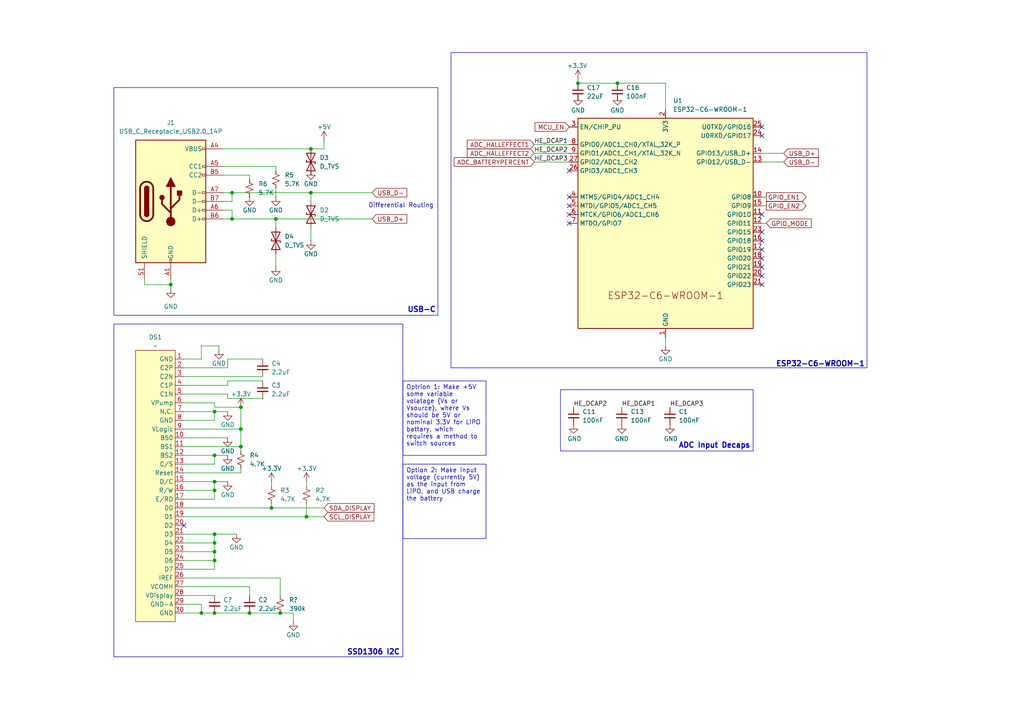
<source format=kicad_sch>
(kicad_sch (version 20231120) (generator "eeschema") (generator_version "8.0")
  (paper "A4")
  (lib_symbols
    (symbol "Connector:USB_C_Receptacle_USB2.0_14P" (pin_names (offset 1.016))
      (property "Reference" "J" (at 0 22.225 0))
      (property "Value" "USB_C_Receptacle_USB2.0_14P" (at 0 19.685 0))
      (symbol "USB_C_Receptacle_USB2.0_14P_0_0"
        (rectangle (start -0.254 -17.78) (end 0.254 -16.764))
        (rectangle (start 10.16 -4.826) (end 9.144 -5.334))
        (rectangle (start 10.16 -2.286) (end 9.144 -2.794))
        (rectangle (start 10.16 0.254) (end 9.144 -0.254))
        (rectangle (start 10.16 2.794) (end 9.144 2.286))
        (rectangle (start 10.16 7.874) (end 9.144 7.366))
        (rectangle (start 10.16 10.414) (end 9.144 9.906))
        (rectangle (start 10.16 15.494) (end 9.144 14.986))
      )
      (symbol "USB_C_Receptacle_USB2.0_14P_0_1"
        (rectangle (start -10.16 17.78) (end 10.16 -17.78) (stroke (width 0.254)) (fill (type background)))
        (arc (start -8.89 -3.81) (mid -6.985 -5.7067) (end -5.08 -3.81) (stroke (width 0.508)))
        (arc (start -7.62 -3.81) (mid -6.985 -4.4423) (end -6.35 -3.81) (stroke (width 0.254)))
        (arc (start -7.62 -3.81) (mid -6.985 -4.4423) (end -6.35 -3.81) (stroke (width 0.254)) (fill (type outline)))
        (rectangle (start -7.62 -3.81) (end -6.35 3.81) (stroke (width 0.254)) (fill (type outline)))
        (arc (start -6.35 3.81) (mid -6.985 4.4423) (end -7.62 3.81) (stroke (width 0.254)))
        (arc (start -6.35 3.81) (mid -6.985 4.4423) (end -7.62 3.81) (stroke (width 0.254)) (fill (type outline)))
        (arc (start -5.08 3.81) (mid -6.985 5.7067) (end -8.89 3.81) (stroke (width 0.508)))
        (circle (center -2.54 1.143) (radius 0.635) (stroke (width 0.254)) (fill (type outline)))
        (circle (center 0 -5.842) (radius 1.27) (fill (type outline)))
        (polyline (pts (xy -8.89 -3.81) (xy -8.89 3.81)) (stroke (width 0.508)))
        (polyline (pts (xy -5.08 3.81) (xy -5.08 -3.81)) (stroke (width 0.508)))
        (polyline (pts (xy 0 -5.842) (xy 0 4.318)) (stroke (width 0.508)))
        (polyline (pts (xy 0 -3.302) (xy -2.54 -0.762) (xy -2.54 0.508)) (stroke (width 0.508)))
        (polyline (pts (xy 0 -2.032) (xy 2.54 0.508) (xy 2.54 1.778)) (stroke (width 0.508)))
        (polyline (pts (xy -1.27 4.318) (xy 0 6.858) (xy 1.27 4.318) (xy -1.27 4.318)) (stroke (width 0.254)) (fill (type outline)))
        (rectangle (start 1.905 1.778) (end 3.175 3.048) (stroke (width 0.254)) (fill (type outline)))
      )
      (symbol "USB_C_Receptacle_USB2.0_14P_1_1"
        (pin passive line (at 0 -22.86 90) (length 5.08) (name "GND") (number "A1"))
        (pin passive line (at 0 -22.86 90) (length 5.08) hide (name "GND") (number "A12"))
        (pin passive line (at 15.24 15.24 180) (length 5.08) (name "VBUS") (number "A4"))
        (pin bidirectional line (at 15.24 10.16 180) (length 5.08) (name "CC1") (number "A5"))
        (pin bidirectional line (at 15.24 -2.54 180) (length 5.08) (name "D+") (number "A6"))
        (pin bidirectional line (at 15.24 2.54 180) (length 5.08) (name "D-") (number "A7"))
        (pin passive line (at 15.24 15.24 180) (length 5.08) hide (name "VBUS") (number "A9"))
        (pin passive line (at 0 -22.86 90) (length 5.08) hide (name "GND") (number "B1"))
        (pin passive line (at 0 -22.86 90) (length 5.08) hide (name "GND") (number "B12"))
        (pin passive line (at 15.24 15.24 180) (length 5.08) hide (name "VBUS") (number "B4"))
        (pin bidirectional line (at 15.24 7.62 180) (length 5.08) (name "CC2") (number "B5"))
        (pin bidirectional line (at 15.24 -5.08 180) (length 5.08) (name "D+") (number "B6"))
        (pin bidirectional line (at 15.24 0 180) (length 5.08) (name "D-") (number "B7"))
        (pin passive line (at 15.24 15.24 180) (length 5.08) hide (name "VBUS") (number "B9"))
        (pin passive line (at -7.62 -22.86 90) (length 5.08) (name "SHIELD") (number "S1"))
      )
    )
    (symbol "Device:C_Small" (pin_numbers hide) (pin_names (offset 0.254) hide)
      (property "Reference" "C" (at 0.254 1.778 0))
      (property "Value" "C_Small" (at 0.254 -2.032 0))
      (symbol "C_Small_0_1"
        (polyline (pts (xy -1.524 -0.508) (xy 1.524 -0.508)) (stroke (width 0.3302)))
        (polyline (pts (xy -1.524 0.508) (xy 1.524 0.508)) (stroke (width 0.3048)))
      )
      (symbol "C_Small_1_1"
        (pin passive line (at 0 2.54 270) (length 2.032) (name "~") (number "1"))
        (pin passive line (at 0 -2.54 90) (length 2.032) (name "~") (number "2"))
      )
    )
    (symbol "Device:D_TVS" (pin_numbers hide) (pin_names (offset 1.016) hide)
      (property "Reference" "D" (at 0 2.54 0))
      (property "Value" "D_TVS" (at 0 -2.54 0))
      (symbol "D_TVS_0_1"
        (polyline (pts (xy 1.27 0) (xy -1.27 0)))
        (polyline (pts (xy 0.508 1.27) (xy 0 1.27) (xy 0 -1.27) (xy -0.508 -1.27)) (stroke (width 0.254)))
        (polyline (pts (xy -2.54 1.27) (xy -2.54 -1.27) (xy 2.54 1.27) (xy 2.54 -1.27) (xy -2.54 1.27)) (stroke (width 0.254)))
      )
      (symbol "D_TVS_1_1"
        (pin passive line (at -3.81 0 0) (length 2.54) (name "A1") (number "1"))
        (pin passive line (at 3.81 0 180) (length 2.54) (name "A2") (number "2"))
      )
    )
    (symbol "Device:R_Small_US" (pin_numbers hide) (pin_names (offset 0.254) hide)
      (property "Reference" "R" (at 0.762 0.508 0))
      (property "Value" "R_Small_US" (at 0.762 -1.016 0))
      (symbol "R_Small_US_1_1"
        (polyline (pts (xy 0 0) (xy 1.016 -0.381) (xy 0 -0.762) (xy -1.016 -1.143) (xy 0 -1.524)))
        (polyline (pts (xy 0 1.524) (xy 1.016 1.143) (xy 0 0.762) (xy -1.016 0.381) (xy 0 0)))
        (pin passive line (at 0 2.54 270) (length 1.016) (name "~") (number "1"))
        (pin passive line (at 0 -2.54 90) (length 1.016) (name "~") (number "2"))
      )
    )
    (symbol "PCM_Espressif:ESP32-C6-WROOM-1"
      (property "Reference" "U" (at -25.4 35.56 0))
      (property "Value" "ESP32-C6-WROOM-1" (at -25.4 33.02 0))
      (symbol "ESP32-C6-WROOM-1_0_0"
        (text "ESP32-C6-WROOM-1" (at 0 -20.955 0) (effects (font (size 2 2))))
      )
      (symbol "ESP32-C6-WROOM-1_0_1"
        (rectangle (start -25.4 30.48) (end 25.4 -30.48) (stroke (width 0.254)) (fill (type background)))
      )
      (symbol "ESP32-C6-WROOM-1_1_1"
        (pin power_in line (at 0 -33.02 90) (length 2.54) (name "GND") (number "1"))
        (pin bidirectional line (at 27.94 7.62 180) (length 2.54) (name "GPIO8") (number "10"))
        (pin bidirectional line (at 27.94 2.54 180) (length 2.54) (name "GPIO10") (number "11"))
        (pin bidirectional line (at 27.94 0 180) (length 2.54) (name "GPIO11") (number "12"))
        (pin bidirectional line (at 27.94 17.78 180) (length 2.54) (name "GPIO12/USB_D-") (number "13"))
        (pin bidirectional line (at 27.94 20.32 180) (length 2.54) (name "GPIO13/USB_D+") (number "14"))
        (pin bidirectional line (at 27.94 5.08 180) (length 2.54) (name "GPIO9") (number "15"))
        (pin bidirectional line (at 27.94 -5.08 180) (length 2.54) (name "GPIO18") (number "16"))
        (pin bidirectional line (at 27.94 -7.62 180) (length 2.54) (name "GPIO19") (number "17"))
        (pin bidirectional line (at 27.94 -10.16 180) (length 2.54) (name "GPIO20") (number "18"))
        (pin bidirectional line (at 27.94 -12.7 180) (length 2.54) (name "GPIO21") (number "19"))
        (pin power_in line (at 0 33.02 270) (length 2.54) (name "3V3") (number "2"))
        (pin bidirectional line (at 27.94 -15.24 180) (length 2.54) (name "GPIO22") (number "20"))
        (pin bidirectional line (at 27.94 -17.78 180) (length 2.54) (name "GPIO23") (number "21"))
        (pin no_connect line (at -25.4 -12.7 0) (length 2.54) hide (name "NC") (number "22"))
        (pin bidirectional line (at 27.94 -2.54 180) (length 2.54) (name "GPIO15") (number "23"))
        (pin bidirectional line (at 27.94 25.4 180) (length 2.54) (name "U0RXD/GPIO17") (number "24"))
        (pin bidirectional line (at 27.94 27.94 180) (length 2.54) (name "U0TXD/GPIO16") (number "25"))
        (pin bidirectional line (at -27.94 15.24 0) (length 2.54) (name "GPIO3/ADC1_CH3") (number "26"))
        (pin bidirectional line (at -27.94 17.78 0) (length 2.54) (name "GPIO2/ADC1_CH2") (number "27"))
        (pin passive line (at 0 -33.02 90) (length 2.54) hide (name "GND") (number "28"))
        (pin passive line (at 0 -33.02 90) (length 2.54) hide (name "GND") (number "29"))
        (pin input line (at -27.94 27.94 0) (length 2.54) (name "EN/CHIP_PU") (number "3"))
        (pin bidirectional line (at -27.94 7.62 0) (length 2.54) (name "MTMS/GPIO4/ADC1_CH4") (number "4"))
        (pin bidirectional line (at -27.94 5.08 0) (length 2.54) (name "MTDI/GPIO5/ADC1_CH5") (number "5"))
        (pin bidirectional line (at -27.94 2.54 0) (length 2.54) (name "MTCK/GPIO6/ADC1_CH6") (number "6"))
        (pin bidirectional line (at -27.94 0 0) (length 2.54) (name "MTDO/GPIO7") (number "7"))
        (pin bidirectional line (at -27.94 22.86 0) (length 2.54) (name "GPIO0/ADC1_CH0/XTAL_32K_P") (number "8"))
        (pin bidirectional line (at -27.94 20.32 0) (length 2.54) (name "GPIO1/ADC1_CH1/XTAL_32K_N") (number "9"))
      )
    )
    (symbol "RC_Lib:ER-OLED013A1-1W_SSD1306"
      (property "Reference" "DS" (at -10.414 3.556 0))
      (symbol "ER-OLED013A1-1W_SSD1306_0_0"
        (pin passive line (at 2.54 0 180) (length 2.54) (name "GND") (number "1"))
        (pin passive line (at 2.54 -22.86 180) (length 2.54) (name "B50") (number "10"))
        (pin passive line (at 2.54 -25.4 180) (length 2.54) (name "BS1") (number "11"))
        (pin passive line (at 2.54 -27.94 180) (length 2.54) (name "BS2") (number "12"))
        (pin passive line (at 2.54 -30.48 180) (length 2.54) (name "C/S") (number "13"))
        (pin passive line (at 2.54 -33.02 180) (length 2.54) (name "Reset") (number "14"))
        (pin passive line (at 2.54 -35.56 180) (length 2.54) (name "D/C") (number "15"))
        (pin passive line (at 2.54 -38.1 180) (length 2.54) (name "R/W") (number "16"))
        (pin passive line (at 2.54 -40.64 180) (length 2.54) (name "E/RD") (number "17"))
        (pin passive line (at 2.54 -43.18 180) (length 2.54) (name "D0") (number "18"))
        (pin passive line (at 2.54 -45.72 180) (length 2.54) (name "D1") (number "19"))
        (pin passive line (at 2.54 -2.54 180) (length 2.54) (name "C2P") (number "2"))
        (pin passive line (at 2.54 -48.26 180) (length 2.54) (name "D2") (number "20"))
        (pin passive line (at 2.54 -50.8 180) (length 2.54) (name "D3") (number "21"))
        (pin passive line (at 2.54 -53.34 180) (length 2.54) (name "D4") (number "22"))
        (pin passive line (at 2.54 -55.88 180) (length 2.54) (name "D5") (number "23"))
        (pin passive line (at 2.54 -58.42 180) (length 2.54) (name "D6") (number "24"))
        (pin passive line (at 2.54 -60.96 180) (length 2.54) (name "D7") (number "25"))
        (pin passive line (at 2.54 -63.5 180) (length 2.54) (name "IREF") (number "26"))
        (pin passive line (at 2.54 -66.04 180) (length 2.54) (name "VCOMH") (number "27"))
        (pin passive line (at 2.54 -68.58 180) (length 2.54) (name "VDisplay") (number "28"))
        (pin passive line (at 2.54 -71.12 180) (length 2.54) (name "GND-A") (number "29"))
        (pin passive line (at 2.54 -5.08 180) (length 2.54) (name "C2N") (number "3"))
        (pin passive line (at 2.54 -73.66 180) (length 2.54) (name "GND") (number "30"))
        (pin passive line (at 2.54 -7.62 180) (length 2.54) (name "C1P") (number "4"))
        (pin passive line (at 2.54 -10.16 180) (length 2.54) (name "C1N") (number "5"))
        (pin passive line (at 2.54 -12.7 180) (length 2.54) (name "VPump") (number "6"))
        (pin passive line (at 2.54 -15.24 180) (length 2.54) (name "N.C.") (number "7"))
        (pin passive line (at 2.54 -17.78 180) (length 2.54) (name "GND") (number "8"))
        (pin passive line (at 2.54 -20.32 180) (length 2.54) (name "VLogic") (number "9"))
      )
      (symbol "ER-OLED013A1-1W_SSD1306_1_1"
        (rectangle (start -11.43 2.54) (end 0 -76.2) (fill (type background)))
      )
    )
    (symbol "power:+3.3V" (power) (pin_numbers hide) (pin_names (offset 0) hide)
      (property "Value" "+3.3V" (at 0 3.556 0))
      (symbol "+3.3V_0_1"
        (polyline (pts (xy -0.762 1.27) (xy 0 2.54)))
        (polyline (pts (xy 0 0) (xy 0 2.54)))
        (polyline (pts (xy 0 2.54) (xy 0.762 1.27)))
      )
      (symbol "+3.3V_1_1"
        (pin power_in line (at 0 0 90) (length 0) (name "~") (number "1"))
      )
    )
    (symbol "power:+5V" (power) (pin_numbers hide) (pin_names (offset 0) hide)
      (property "Value" "+5V" (at 0 3.556 0))
      (symbol "+5V_0_1"
        (polyline (pts (xy -0.762 1.27) (xy 0 2.54)))
        (polyline (pts (xy 0 0) (xy 0 2.54)))
        (polyline (pts (xy 0 2.54) (xy 0.762 1.27)))
      )
      (symbol "+5V_1_1"
        (pin power_in line (at 0 0 90) (length 0) (name "~") (number "1"))
      )
    )
    (symbol "power:GND" (power) (pin_numbers hide) (pin_names (offset 0) hide)
      (property "Value" "GND" (at 0 -3.81 0))
      (symbol "GND_0_1"
        (polyline (pts (xy 0 0) (xy 0 -1.27) (xy 1.27 -1.27) (xy 0 -2.54) (xy -1.27 -1.27) (xy 0 -1.27)))
      )
      (symbol "GND_1_1"
        (pin power_in line (at 0 0 270) (length 0) (name "~") (number "1"))
      )
    )
  )
  (junction (at 69.85 124.46))
  (junction (at 69.85 129.54))
  (junction (at 67.31 55.88))
  (junction (at 78.74 147.32))
  (junction (at 62.23 132.08))
  (junction (at 88.9 149.86))
  (junction (at 80.01 63.5))
  (junction (at 58.42 177.8))
  (junction (at 90.17 55.88))
  (junction (at 62.23 162.56))
  (junction (at 167.64 24.13))
  (junction (at 62.23 157.48))
  (junction (at 62.23 177.8))
  (junction (at 81.28 177.8))
  (junction (at 67.31 63.5))
  (junction (at 69.85 118.11))
  (junction (at 62.23 142.24))
  (junction (at 72.39 177.8))
  (junction (at 90.17 43.18))
  (junction (at 62.23 154.94))
  (junction (at 62.23 160.02))
  (junction (at 62.23 119.38))
  (junction (at 179.07 24.13))
  (junction (at 62.23 139.7))
  (junction (at 49.53 82.55))
  (no_connect (at 220.98 80.01))
  (no_connect (at 220.98 82.55))
  (no_connect (at 220.98 72.39))
  (no_connect (at 165.1 62.23))
  (no_connect (at 220.98 74.93))
  (no_connect (at 165.1 49.53))
  (no_connect (at 220.98 67.31))
  (no_connect (at 220.98 77.47))
  (no_connect (at 53.34 152.4))
  (no_connect (at 220.98 69.85))
  (no_connect (at 220.98 36.83))
  (no_connect (at 165.1 64.77))
  (no_connect (at 165.1 57.15))
  (no_connect (at 220.98 62.23))
  (no_connect (at 165.1 59.69))
  (no_connect (at 220.98 39.37))
  (wire (pts (xy 49.53 82.55) (xy 49.53 81.28)))
  (wire (pts (xy 53.34 165.1) (xy 62.23 165.1)))
  (wire (pts (xy 53.34 162.56) (xy 62.23 162.56)))
  (wire (pts (xy 67.31 63.5) (xy 64.77 63.5)))
  (wire (pts (xy 81.28 172.72) (xy 81.28 167.64)))
  (wire (pts (xy 222.25 59.69) (xy 220.98 59.69)))
  (wire (pts (xy 66.04 106.68) (xy 66.04 104.14)))
  (wire (pts (xy 154.94 44.45) (xy 165.1 44.45)))
  (wire (pts (xy 64.77 43.18) (xy 90.17 43.18)))
  (wire (pts (xy 69.85 129.54) (xy 69.85 130.81)))
  (wire (pts (xy 64.77 60.96) (xy 67.31 60.96)))
  (wire (pts (xy 69.85 124.46) (xy 69.85 129.54)))
  (wire (pts (xy 88.9 139.7) (xy 88.9 140.97)))
  (wire (pts (xy 58.42 177.8) (xy 62.23 177.8)))
  (wire (pts (xy 88.9 149.86) (xy 93.98 149.86)))
  (wire (pts (xy 78.74 147.32) (xy 93.98 147.32)))
  (wire (pts (xy 80.01 48.26) (xy 80.01 49.53)))
  (wire (pts (xy 72.39 170.18) (xy 53.34 170.18)))
  (wire (pts (xy 62.23 157.48) (xy 62.23 160.02)))
  (wire (pts (xy 67.31 55.88) (xy 67.31 58.42)))
  (wire (pts (xy 62.23 142.24) (xy 62.23 144.78)))
  (wire (pts (xy 62.23 116.84) (xy 62.23 118.11)))
  (wire (pts (xy 62.23 132.08) (xy 66.04 132.08)))
  (wire (pts (xy 90.17 66.04) (xy 90.17 69.85)))
  (wire (pts (xy 62.23 118.11) (xy 69.85 118.11)))
  (wire (pts (xy 179.07 27.94) (xy 179.07 29.21)))
  (wire (pts (xy 53.34 109.22) (xy 76.2 109.22)))
  (wire (pts (xy 58.42 104.14) (xy 58.42 100.33)))
  (wire (pts (xy 53.34 167.64) (xy 81.28 167.64)))
  (wire (pts (xy 64.77 48.26) (xy 80.01 48.26)))
  (wire (pts (xy 62.23 162.56) (xy 62.23 165.1)))
  (wire (pts (xy 69.85 118.11) (xy 69.85 124.46)))
  (wire (pts (xy 62.23 139.7) (xy 62.23 142.24)))
  (wire (pts (xy 41.91 82.55) (xy 41.91 81.28)))
  (wire (pts (xy 80.01 73.66) (xy 80.01 77.47)))
  (wire (pts (xy 90.17 55.88) (xy 90.17 58.42)))
  (wire (pts (xy 53.34 134.62) (xy 62.23 134.62)))
  (wire (pts (xy 64.77 55.88) (xy 67.31 55.88)))
  (wire (pts (xy 53.34 104.14) (xy 58.42 104.14)))
  (wire (pts (xy 62.23 154.94) (xy 62.23 157.48)))
  (wire (pts (xy 62.23 160.02) (xy 62.23 162.56)))
  (wire (pts (xy 53.34 177.8) (xy 58.42 177.8)))
  (wire (pts (xy 222.25 64.77) (xy 220.98 64.77)))
  (wire (pts (xy 66.04 104.14) (xy 76.2 104.14)))
  (wire (pts (xy 80.01 63.5) (xy 80.01 66.04)))
  (wire (pts (xy 222.25 57.15) (xy 220.98 57.15)))
  (wire (pts (xy 58.42 175.26) (xy 58.42 177.8)))
  (wire (pts (xy 78.74 146.05) (xy 78.74 147.32)))
  (wire (pts (xy 53.34 160.02) (xy 62.23 160.02)))
  (wire (pts (xy 67.31 58.42) (xy 64.77 58.42)))
  (wire (pts (xy 90.17 55.88) (xy 107.95 55.88)))
  (wire (pts (xy 80.01 63.5) (xy 107.95 63.5)))
  (wire (pts (xy 53.34 116.84) (xy 62.23 116.84)))
  (wire (pts (xy 66.04 115.57) (xy 66.04 114.3)))
  (wire (pts (xy 66.04 110.49) (xy 76.2 110.49)))
  (wire (pts (xy 53.34 157.48) (xy 62.23 157.48)))
  (wire (pts (xy 69.85 137.16) (xy 69.85 135.89)))
  (wire (pts (xy 62.23 119.38) (xy 62.23 121.92)))
  (wire (pts (xy 53.34 129.54) (xy 69.85 129.54)))
  (wire (pts (xy 62.23 154.94) (xy 68.58 154.94)))
  (wire (pts (xy 53.34 175.26) (xy 58.42 175.26)))
  (wire (pts (xy 179.07 24.13) (xy 193.04 24.13)))
  (wire (pts (xy 88.9 146.05) (xy 88.9 149.86)))
  (wire (pts (xy 90.17 43.18) (xy 93.98 43.18)))
  (wire (pts (xy 80.01 57.15) (xy 80.01 54.61)))
  (wire (pts (xy 76.2 115.57) (xy 66.04 115.57)))
  (wire (pts (xy 53.34 139.7) (xy 62.23 139.7)))
  (wire (pts (xy 69.85 137.16) (xy 53.34 137.16)))
  (wire (pts (xy 67.31 63.5) (xy 80.01 63.5)))
  (wire (pts (xy 53.34 132.08) (xy 62.23 132.08)))
  (wire (pts (xy 193.04 24.13) (xy 193.04 31.75)))
  (wire (pts (xy 154.94 46.99) (xy 165.1 46.99)))
  (wire (pts (xy 64.77 50.8) (xy 72.39 50.8)))
  (wire (pts (xy 66.04 114.3) (xy 53.34 114.3)))
  (wire (pts (xy 53.34 124.46) (xy 69.85 124.46)))
  (wire (pts (xy 167.64 22.86) (xy 167.64 24.13)))
  (wire (pts (xy 62.23 139.7) (xy 66.04 139.7)))
  (wire (pts (xy 93.98 40.64) (xy 93.98 43.18)))
  (wire (pts (xy 62.23 121.92) (xy 53.34 121.92)))
  (wire (pts (xy 53.34 119.38) (xy 62.23 119.38)))
  (wire (pts (xy 62.23 144.78) (xy 53.34 144.78)))
  (wire (pts (xy 81.28 177.8) (xy 85.09 177.8)))
  (wire (pts (xy 72.39 172.72) (xy 72.39 170.18)))
  (wire (pts (xy 167.64 27.94) (xy 167.64 29.21)))
  (wire (pts (xy 62.23 119.38) (xy 66.04 119.38)))
  (wire (pts (xy 62.23 132.08) (xy 62.23 134.62)))
  (wire (pts (xy 58.42 100.33) (xy 63.5 100.33)))
  (wire (pts (xy 53.34 111.76) (xy 66.04 111.76)))
  (wire (pts (xy 67.31 55.88) (xy 90.17 55.88)))
  (wire (pts (xy 53.34 127) (xy 66.04 127)))
  (wire (pts (xy 72.39 50.8) (xy 72.39 52.07)))
  (wire (pts (xy 53.34 149.86) (xy 88.9 149.86)))
  (wire (pts (xy 53.34 154.94) (xy 62.23 154.94)))
  (wire (pts (xy 227.33 44.45) (xy 220.98 44.45)))
  (wire (pts (xy 85.09 177.8) (xy 85.09 180.34)))
  (wire (pts (xy 227.33 46.99) (xy 220.98 46.99)))
  (wire (pts (xy 53.34 172.72) (xy 62.23 172.72)))
  (wire (pts (xy 41.91 82.55) (xy 49.53 82.55)))
  (wire (pts (xy 53.34 142.24) (xy 62.23 142.24)))
  (wire (pts (xy 66.04 111.76) (xy 66.04 110.49)))
  (wire (pts (xy 72.39 177.8) (xy 81.28 177.8)))
  (wire (pts (xy 193.04 100.33) (xy 193.04 97.79)))
  (wire (pts (xy 63.5 100.33) (xy 63.5 101.6)))
  (wire (pts (xy 67.31 60.96) (xy 67.31 63.5)))
  (wire (pts (xy 90.17 49.53) (xy 90.17 50.8)))
  (wire (pts (xy 62.23 177.8) (xy 72.39 177.8)))
  (wire (pts (xy 167.64 24.13) (xy 179.07 24.13)))
  (wire (pts (xy 53.34 147.32) (xy 78.74 147.32)))
  (wire (pts (xy 49.53 83.82) (xy 49.53 82.55)))
  (wire (pts (xy 78.74 139.7) (xy 78.74 140.97)))
  (wire (pts (xy 53.34 106.68) (xy 66.04 106.68)))
  (wire (pts (xy 154.94 41.91) (xy 165.1 41.91)))
  (rectangle (start 33.02 25.4) (end 127 91.44))
  (rectangle (start 33.02 93.98) (end 116.84 190.5))
  (rectangle (start 130.81 15.24) (end 251.46 106.68))
  (rectangle (start 162.56 113.03) (end 218.44 130.81))
  (text_box "Optrion 1: Make +5V some variable volatage (Vs or Vsource), where Vs should be 5V or nominal 3.3V for LiPO battary, which requires a method to switch sources" (at 116.84 110.49 0) (size 24.13 21.59) (effects (font (size 1.27 1.27)) (justify left top)))
  (text_box "Option 2: Make input voltage (currently 5V) as the input from LiPO, and USB charge the battery" (at 116.84 134.62 0) (size 24.13 21.59) (effects (font (size 1.27 1.27)) (justify left top)))
  (text "USB-C" (at 126.492 89.916 0) (effects (font (size 1.524 1.524) (thickness 0.3048) (bold yes)) (justify right)))
  (text "Differential Routing" (at 116.332 59.69 0) (effects (font (size 1.27 1.27))))
  (text "ESP32-C6-WROOM-1" (at 250.952 105.664 0) (effects (font (size 1.524 1.524) (thickness 0.3048) (bold yes)) (justify right)))
  (text "ADC Input Decaps" (at 217.678 129.286 0) (effects (font (size 1.524 1.524) (thickness 0.3048) (bold yes)) (justify right)))
  (text "SSD1306 I2C" (at 116.078 189.23 0) (effects (font (size 1.524 1.524) (thickness 0.3048) (bold yes)) (justify right)))
  (label "HE_DCAP1" (at 154.94 41.91 0))
  (label "HE_DCAP3" (at 194.31 118.11 0))
  (label "HE_DCAP2" (at 166.37 118.11 0))
  (label "HE_DCAP3" (at 154.94 46.99 0))
  (label "HE_DCAP1" (at 180.34 118.11 0))
  (label "HE_DCAP2" (at 154.94 44.45 0))
  (global_label "USB_D+" (shape input) (at 107.95 63.5 0) (property "Intersheetrefs" "${INTERSHEET_REFS}" (effects (hide yes))))
  (global_label "ADC_BATTERYPERCENT" (shape input) (at 154.94 46.99 180) (property "Intersheetrefs" "${INTERSHEET_REFS}" (effects (hide yes))))
  (global_label "USB_D-" (shape input) (at 227.33 46.99 0) (property "Intersheetrefs" "${INTERSHEET_REFS}" (effects (hide yes))))
  (global_label "GPIO_EN2" (shape output) (at 222.25 59.69 0) (property "Intersheetrefs" "${INTERSHEET_REFS}" (effects (hide yes))))
  (global_label "GPIO_EN1" (shape output) (at 222.25 57.15 0) (property "Intersheetrefs" "${INTERSHEET_REFS}" (effects (hide yes))))
  (global_label "MCU_EN" (shape input) (at 165.1 36.83 180) (property "Intersheetrefs" "${INTERSHEET_REFS}" (effects (hide yes))))
  (global_label "GPIO_MODE" (shape input) (at 222.25 64.77 0) (property "Intersheetrefs" "${INTERSHEET_REFS}" (effects (hide yes))))
  (global_label "USB_D+" (shape input) (at 227.33 44.45 0) (property "Intersheetrefs" "${INTERSHEET_REFS}" (effects (hide yes))))
  (global_label "ADC_HALLEFFECT1" (shape input) (at 154.94 41.91 180) (property "Intersheetrefs" "${INTERSHEET_REFS}" (effects (hide yes))))
  (global_label "SDA_DISPLAY" (shape input) (at 93.98 147.32 0) (property "Intersheetrefs" "${INTERSHEET_REFS}" (effects (hide yes))))
  (global_label "SCL_DISPLAY" (shape input) (at 93.98 149.86 0) (property "Intersheetrefs" "${INTERSHEET_REFS}" (effects (hide yes))))
  (global_label "USB_D-" (shape input) (at 107.95 55.88 0) (property "Intersheetrefs" "${INTERSHEET_REFS}" (effects (hide yes))))
  (global_label "ADC_HALLEFFECT2" (shape input) (at 154.94 44.45 180) (property "Intersheetrefs" "${INTERSHEET_REFS}" (effects (hide yes))))
  (symbol (lib_id "power:+3.3V") (at 69.85 118.11 0) (unit 1)
    (property "Reference" "#PWR07" (effects (hide yes)))
    (property "Value" "+3.3V" (at 69.85 114.3 0))
    (property "Description" "Power symbol creates a global label with name \"+3.3V\"" (effects (hide yes)))
  )
  (symbol (lib_id "Device:R_Small_US") (at 80.01 52.07 0) (unit 1)
    (property "Reference" "R5" (at 82.55 50.7999 0) (effects (justify left)))
    (property "Value" "5.7K" (at 82.55 53.3399 0) (effects (justify left)))
    (property "Footprint" "Resistor_SMD:R_0603_1608Metric" (effects (hide yes)))
    (property "Description" "Resistor, small US symbol" (effects (hide yes)))
  )
  (symbol (lib_id "Device:C_Small") (at 179.07 26.67 0) (unit 1)
    (property "Reference" "C16" (at 181.61 25.4062 0) (effects (justify left)))
    (property "Value" "100nF" (at 181.61 27.9462 0) (effects (justify left)))
    (property "Footprint" "Capacitor_SMD:C_0603_1608Metric" (effects (hide yes)))
    (property "Description" "Unpolarized capacitor, small symbol" (effects (hide yes)))
  )
  (symbol (lib_id "RC_Lib:ER-OLED013A1-1W_SSD1306") (at 50.8 104.14 0) (unit 1)
    (property "Reference" "DS1" (at 45.085 97.79 0))
    (property "Value" "~" (at 45.085 100.33 0))
    (property "Footprint" "Library:FPC_30" (effects (hide yes)))
  )
  (symbol (lib_id "power:GND") (at 80.01 77.47 0) (unit 1)
    (property "Reference" "#PWR013" (effects (hide yes)))
    (property "Value" "GND" (at 80.01 81.28 0))
    (property "Description" "Power symbol creates a global label with name \"GND\" , ground" (effects (hide yes)))
  )
  (symbol (lib_id "Device:C_Small") (at 166.37 120.65 0) (unit 1)
    (property "Reference" "C11" (at 168.91 119.3862 0) (effects (justify left)))
    (property "Value" "100nF" (at 168.91 121.9262 0) (effects (justify left)))
    (property "Footprint" "Capacitor_SMD:C_0603_1608Metric" (effects (hide yes)))
    (property "Description" "Unpolarized capacitor, small symbol" (effects (hide yes)))
  )
  (symbol (lib_id "Device:D_TVS") (at 90.17 46.99 90) (unit 1)
    (property "Reference" "D3" (at 92.71 45.7199 90) (effects (justify right)))
    (property "Value" "D_TVS" (at 92.71 48.2599 90) (effects (justify right)))
    (property "Footprint" "Diode_SMD:D_0603_1608Metric" (effects (hide yes)))
    (property "Description" "Bidirectional transient-voltage-suppression diode" (effects (hide yes)))
  )
  (symbol (lib_id "power:GND") (at 194.31 123.19 0) (unit 1)
    (property "Reference" "#PWR04" (effects (hide yes)))
    (property "Value" "GND" (at 194.564 127.254 0))
    (property "Description" "Power symbol creates a global label with name \"GND\" , ground" (effects (hide yes)))
  )
  (symbol (lib_id "power:+3.3V") (at 78.74 139.7 0) (unit 1)
    (property "Reference" "#PWR?" (effects (hide yes)))
    (property "Value" "+3.3V" (at 78.74 135.89 0))
    (property "Description" "Power symbol creates a global label with name \"+3.3V\"" (effects (hide yes)))
  )
  (symbol (lib_id "power:GND") (at 66.04 119.38 0) (unit 1)
    (property "Reference" "#PWR010" (effects (hide yes)))
    (property "Value" "GND" (at 66.04 123.19 0))
    (property "Description" "Power symbol creates a global label with name \"GND\" , ground" (effects (hide yes)))
  )
  (symbol (lib_id "Device:D_TVS") (at 90.17 62.23 90) (unit 1)
    (property "Reference" "D2" (at 92.71 60.9599 90) (effects (justify right)))
    (property "Value" "D_TVS" (at 92.71 63.4999 90) (effects (justify right)))
    (property "Footprint" "Diode_SMD:D_0603_1608Metric" (effects (hide yes)))
    (property "Description" "Bidirectional transient-voltage-suppression diode" (effects (hide yes)))
  )
  (symbol (lib_id "power:GND") (at 90.17 69.85 0) (unit 1)
    (property "Reference" "#PWR014" (effects (hide yes)))
    (property "Value" "GND" (at 90.17 73.66 0))
    (property "Description" "Power symbol creates a global label with name \"GND\" , ground" (effects (hide yes)))
  )
  (symbol (lib_id "Device:C_Small") (at 167.64 26.67 0) (unit 1)
    (property "Reference" "C17" (at 170.18 25.4062 0) (effects (justify left)))
    (property "Value" "22uF" (at 170.18 27.9462 0) (effects (justify left)))
    (property "Footprint" "Capacitor_SMD:C_0603_1608Metric" (effects (hide yes)))
    (property "Description" "Unpolarized capacitor, small symbol" (effects (hide yes)))
  )
  (symbol (lib_id "Device:C_Small") (at 76.2 106.68 0) (unit 1)
    (property "Reference" "C4" (at 78.74 105.4162 0) (effects (justify left)))
    (property "Value" "2.2uF" (at 78.74 107.9562 0) (effects (justify left)))
    (property "Footprint" "Capacitor_SMD:C_0603_1608Metric" (effects (hide yes)))
    (property "Description" "Unpolarized capacitor, small symbol" (effects (hide yes)))
  )
  (symbol (lib_id "power:GND") (at 180.34 123.19 0) (unit 1)
    (property "Reference" "#PWR026" (effects (hide yes)))
    (property "Value" "GND" (at 180.34 127.254 0))
    (property "Description" "Power symbol creates a global label with name \"GND\" , ground" (effects (hide yes)))
  )
  (symbol (lib_id "Device:C_Small") (at 76.2 113.03 0) (unit 1)
    (property "Reference" "C3" (at 78.74 111.7662 0) (effects (justify left)))
    (property "Value" "2.2uF" (at 78.74 114.3062 0) (effects (justify left)))
    (property "Footprint" "Capacitor_SMD:C_0603_1608Metric" (effects (hide yes)))
    (property "Description" "Unpolarized capacitor, small symbol" (effects (hide yes)))
  )
  (symbol (lib_id "power:GND") (at 72.39 57.15 0) (unit 1)
    (property "Reference" "#PWR017" (effects (hide yes)))
    (property "Value" "GND" (at 72.39 60.96 0))
    (property "Description" "Power symbol creates a global label with name \"GND\" , ground" (effects (hide yes)))
  )
  (symbol (lib_id "Device:C_Small") (at 180.34 120.65 0) (unit 1)
    (property "Reference" "C13" (at 182.88 119.3862 0) (effects (justify left)))
    (property "Value" "100nF" (at 182.88 121.9262 0) (effects (justify left)))
    (property "Footprint" "Capacitor_SMD:C_0603_1608Metric" (effects (hide yes)))
    (property "Description" "Unpolarized capacitor, small symbol" (effects (hide yes)))
  )
  (symbol (lib_id "power:GND") (at 66.04 139.7 0) (unit 1)
    (property "Reference" "#PWR06" (effects (hide yes)))
    (property "Value" "GND" (at 66.04 143.51 0))
    (property "Description" "Power symbol creates a global label with name \"GND\" , ground" (effects (hide yes)))
  )
  (symbol (lib_id "power:GND") (at 68.58 154.94 0) (unit 1)
    (property "Reference" "#PWR?" (effects (hide yes)))
    (property "Value" "GND" (at 68.58 158.75 0))
    (property "Description" "Power symbol creates a global label with name \"GND\" , ground" (effects (hide yes)))
  )
  (symbol (lib_id "Device:C_Small") (at 72.39 175.26 0) (unit 1)
    (property "Reference" "C2" (at 74.93 173.9962 0) (effects (justify left)))
    (property "Value" "2.2uF" (at 74.93 176.5362 0) (effects (justify left)))
    (property "Footprint" "Capacitor_SMD:C_0603_1608Metric" (effects (hide yes)))
    (property "Description" "Unpolarized capacitor, small symbol" (effects (hide yes)))
  )
  (symbol (lib_id "power:+5V") (at 93.98 40.64 0) (unit 1)
    (property "Reference" "#PWR?" (effects (hide yes)))
    (property "Value" "+5V" (at 93.98 36.83 0))
    (property "Description" "Power symbol creates a global label with name \"+5V\"" (effects (hide yes)))
  )
  (symbol (lib_id "power:GND") (at 166.37 123.19 0) (unit 1)
    (property "Reference" "#PWR025" (effects (hide yes)))
    (property "Value" "GND" (at 166.624 127.254 0))
    (property "Description" "Power symbol creates a global label with name \"GND\" , ground" (effects (hide yes)))
  )
  (symbol (lib_id "power:GND") (at 167.64 27.94 0) (unit 1)
    (property "Reference" "#PWR044" (effects (hide yes)))
    (property "Value" "GND" (at 167.64 32.004 0))
    (property "Description" "Power symbol creates a global label with name \"GND\" , ground" (effects (hide yes)))
  )
  (symbol (lib_id "power:GND") (at 90.17 49.53 0) (unit 1)
    (property "Reference" "#PWR018" (effects (hide yes)))
    (property "Value" "GND" (at 90.17 53.34 0))
    (property "Description" "Power symbol creates a global label with name \"GND\" , ground" (effects (hide yes)))
  )
  (symbol (lib_id "power:GND") (at 66.04 132.08 0) (unit 1)
    (property "Reference" "#PWR08" (effects (hide yes)))
    (property "Value" "GND" (at 66.04 135.89 0))
    (property "Description" "Power symbol creates a global label with name \"GND\" , ground" (effects (hide yes)))
  )
  (symbol (lib_id "power:GND") (at 63.5 101.6 0) (unit 1)
    (property "Reference" "#PWR011" (effects (hide yes)))
    (property "Value" "GND" (at 63.5 105.41 0))
    (property "Description" "Power symbol creates a global label with name \"GND\" , ground" (effects (hide yes)))
  )
  (symbol (lib_id "Device:R_Small_US") (at 78.74 143.51 0) (unit 1)
    (property "Reference" "R3" (at 81.28 142.2399 0) (effects (justify left)))
    (property "Value" "4.7K" (at 81.28 144.7799 0) (effects (justify left)))
    (property "Footprint" "Resistor_SMD:R_0603_1608Metric" (effects (hide yes)))
    (property "Description" "Resistor, small US symbol" (effects (hide yes)))
  )
  (symbol (lib_id "power:GND") (at 179.07 27.94 0) (unit 1)
    (property "Reference" "#PWR015" (effects (hide yes)))
    (property "Value" "GND" (at 179.07 32.004 0))
    (property "Description" "Power symbol creates a global label with name \"GND\" , ground" (effects (hide yes)))
  )
  (symbol (lib_id "PCM_Espressif:ESP32-C6-WROOM-1") (at 193.04 64.77 0) (unit 1)
    (property "Reference" "U1" (at 195.2341 29.21 0) (effects (justify left)))
    (property "Value" "ESP32-C6-WROOM-1" (at 195.2341 31.75 0) (effects (justify left)))
    (property "Footprint" "PCM_Espressif:ESP32-C6-WROOM-1" (effects (hide yes)))
    (property "Datasheet" "https://www.espressif.com/sites/default/files/documentation/esp32-c6-wroom-1_wroom-1u_datasheet_en.pdf" (effects (hide yes)))
    (property "Description" "ESP32-C6-WROOM-1/U is a module that supports 2.4 GHz Wi-Fi 6 (802.11 ax), Bluetooth® 5 (LE), Zigbee and Thread (802.15.4)" (effects (hide yes)))
  )
  (symbol (lib_id "Device:R_Small_US") (at 81.28 175.26 0) (unit 1)
    (property "Reference" "R?" (at 83.82 173.9899 0) (effects (justify left)))
    (property "Value" "390k" (at 83.82 176.5299 0) (effects (justify left)))
    (property "Footprint" "Resistor_SMD:R_0603_1608Metric" (effects (hide yes)))
    (property "Description" "Resistor, small US symbol" (effects (hide yes)))
  )
  (symbol (lib_id "Device:R_Small_US") (at 69.85 133.35 0) (unit 1)
    (property "Reference" "R4" (at 72.39 132.0799 0) (effects (justify left)))
    (property "Value" "4.7K" (at 72.39 134.6199 0) (effects (justify left)))
    (property "Footprint" "Resistor_SMD:R_0603_1608Metric" (effects (hide yes)))
    (property "Description" "Resistor, small US symbol" (effects (hide yes)))
  )
  (symbol (lib_id "Device:D_TVS") (at 80.01 69.85 90) (unit 1)
    (property "Reference" "D4" (at 82.55 68.5799 90) (effects (justify right)))
    (property "Value" "D_TVS" (at 82.55 71.1199 90) (effects (justify right)))
    (property "Footprint" "Diode_SMD:D_0603_1608Metric" (effects (hide yes)))
    (property "Description" "Bidirectional transient-voltage-suppression diode" (effects (hide yes)))
  )
  (symbol (lib_id "Connector:USB_C_Receptacle_USB2.0_14P") (at 49.53 58.42 0) (unit 1)
    (property "Reference" "J1" (at 49.53 35.56 0))
    (property "Value" "USB_C_Receptacle_USB2.0_14P" (at 49.53 38.1 0))
    (property "Footprint" "Connector_USB:USB_C_Receptacle_GCT_USB4105-xx-A_16P_TopMnt_Horizontal" (effects (hide yes)))
    (property "Datasheet" "https://www.usb.org/sites/default/files/documents/usb_type-c.zip" (effects (hide yes)))
    (property "Description" "USB 2.0-only 14P Type-C Receptacle connector" (effects (hide yes)))
  )
  (symbol (lib_id "Device:C_Small") (at 194.31 120.65 0) (unit 1)
    (property "Reference" "C1" (at 196.85 119.3862 0) (effects (justify left)))
    (property "Value" "100nF" (at 196.85 121.9262 0) (effects (justify left)))
    (property "Footprint" "Capacitor_SMD:C_0603_1608Metric" (effects (hide yes)))
    (property "Description" "Unpolarized capacitor, small symbol" (effects (hide yes)))
  )
  (symbol (lib_id "power:+3.3V") (at 167.64 22.86 0) (unit 1)
    (property "Reference" "#PWR?" (effects (hide yes)))
    (property "Value" "+3.3V" (at 167.386 19.05 0))
    (property "Description" "Power symbol creates a global label with name \"+3.3V\"" (effects (hide yes)))
  )
  (symbol (lib_id "power:GND") (at 193.04 100.33 0) (unit 1)
    (property "Reference" "#PWR012" (effects (hide yes)))
    (property "Value" "GND" (at 193.04 104.14 0))
    (property "Description" "Power symbol creates a global label with name \"GND\" , ground" (effects (hide yes)))
  )
  (symbol (lib_id "Device:R_Small_US") (at 72.39 54.61 0) (unit 1)
    (property "Reference" "R6" (at 74.93 53.3399 0) (effects (justify left)))
    (property "Value" "5.7K" (at 74.93 55.8799 0) (effects (justify left)))
    (property "Footprint" "Resistor_SMD:R_0603_1608Metric" (effects (hide yes)))
    (property "Description" "Resistor, small US symbol" (effects (hide yes)))
  )
  (symbol (lib_id "power:+3.3V") (at 88.9 139.7 0) (unit 1)
    (property "Reference" "#PWR05" (effects (hide yes)))
    (property "Value" "+3.3V" (at 88.9 135.89 0))
    (property "Description" "Power symbol creates a global label with name \"+3.3V\"" (effects (hide yes)))
  )
  (symbol (lib_id "power:GND") (at 80.01 57.15 0) (unit 1)
    (property "Reference" "#PWR016" (effects (hide yes)))
    (property "Value" "GND" (at 80.01 60.96 0))
    (property "Description" "Power symbol creates a global label with name \"GND\" , ground" (effects (hide yes)))
  )
  (symbol (lib_id "power:GND") (at 66.04 127 0) (unit 1)
    (property "Reference" "#PWR09" (effects (hide yes)))
    (property "Value" "GND" (at 66.04 130.81 0))
    (property "Description" "Power symbol creates a global label with name \"GND\" , ground" (effects (hide yes)))
  )
  (symbol (lib_id "power:GND") (at 49.53 83.82 0) (unit 1)
    (property "Reference" "#PWR?" (effects (hide yes)))
    (property "Value" "GND" (at 49.53 88.9 0))
    (property "Description" "Power symbol creates a global label with name \"GND\" , ground" (effects (hide yes)))
  )
  (symbol (lib_id "Device:R_Small_US") (at 88.9 143.51 0) (unit 1)
    (property "Reference" "R2" (at 91.44 142.2399 0) (effects (justify left)))
    (property "Value" "4.7K" (at 91.44 144.7799 0) (effects (justify left)))
    (property "Footprint" "Resistor_SMD:R_0603_1608Metric" (effects (hide yes)))
    (property "Description" "Resistor, small US symbol" (effects (hide yes)))
  )
  (symbol (lib_id "Device:C_Small") (at 62.23 175.26 0) (unit 1)
    (property "Reference" "C?" (at 64.77 173.9962 0) (effects (justify left)))
    (property "Value" "2.2uF" (at 64.77 176.5362 0) (effects (justify left)))
    (property "Footprint" "Capacitor_SMD:C_0603_1608Metric" (effects (hide yes)))
    (property "Description" "Unpolarized capacitor, small symbol" (effects (hide yes)))
  )
  (symbol (lib_id "power:GND") (at 85.09 180.34 0) (unit 1)
    (property "Reference" "#PWR?" (effects (hide yes)))
    (property "Value" "GND" (at 85.09 184.15 0))
    (property "Description" "Power symbol creates a global label with name \"GND\" , ground" (effects (hide yes)))
  )
)
</source>
